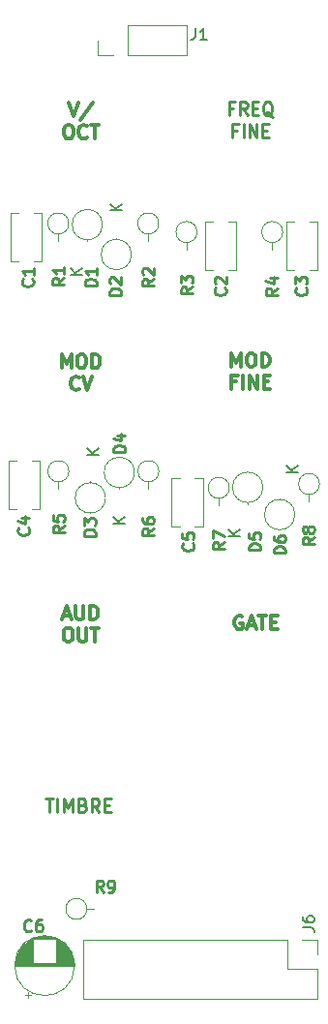
<source format=gto>
%TF.GenerationSoftware,KiCad,Pcbnew,(6.0.1)*%
%TF.CreationDate,2022-11-04T07:31:20-04:00*%
%TF.ProjectId,ER-VCO-03_CTL,45522d56-434f-42d3-9033-5f43544c2e6b,3*%
%TF.SameCoordinates,Original*%
%TF.FileFunction,Legend,Top*%
%TF.FilePolarity,Positive*%
%FSLAX46Y46*%
G04 Gerber Fmt 4.6, Leading zero omitted, Abs format (unit mm)*
G04 Created by KiCad (PCBNEW (6.0.1)) date 2022-11-04 07:31:20*
%MOMM*%
%LPD*%
G01*
G04 APERTURE LIST*
%ADD10C,0.300000*%
%ADD11C,0.285750*%
%ADD12C,0.275000*%
%ADD13C,0.254000*%
%ADD14C,0.150000*%
%ADD15C,0.120000*%
G04 APERTURE END LIST*
D10*
X19871428Y-30576857D02*
X19871428Y-29376857D01*
X20271428Y-30234000D01*
X20671428Y-29376857D01*
X20671428Y-30576857D01*
X21471428Y-29376857D02*
X21700000Y-29376857D01*
X21814285Y-29434000D01*
X21928571Y-29548285D01*
X21985714Y-29776857D01*
X21985714Y-30176857D01*
X21928571Y-30405428D01*
X21814285Y-30519714D01*
X21700000Y-30576857D01*
X21471428Y-30576857D01*
X21357142Y-30519714D01*
X21242857Y-30405428D01*
X21185714Y-30176857D01*
X21185714Y-29776857D01*
X21242857Y-29548285D01*
X21357142Y-29434000D01*
X21471428Y-29376857D01*
X22500000Y-30576857D02*
X22500000Y-29376857D01*
X22785714Y-29376857D01*
X22957142Y-29434000D01*
X23071428Y-29548285D01*
X23128571Y-29662571D01*
X23185714Y-29891142D01*
X23185714Y-30062571D01*
X23128571Y-30291142D01*
X23071428Y-30405428D01*
X22957142Y-30519714D01*
X22785714Y-30576857D01*
X22500000Y-30576857D01*
X20214285Y-31880285D02*
X19814285Y-31880285D01*
X19814285Y-32508857D02*
X19814285Y-31308857D01*
X20385714Y-31308857D01*
X20842857Y-32508857D02*
X20842857Y-31308857D01*
X21414285Y-32508857D02*
X21414285Y-31308857D01*
X22100000Y-32508857D01*
X22100000Y-31308857D01*
X22671428Y-31880285D02*
X23071428Y-31880285D01*
X23242857Y-32508857D02*
X22671428Y-32508857D01*
X22671428Y-31308857D01*
X23242857Y-31308857D01*
X20800000Y-52400000D02*
X20685714Y-52342857D01*
X20514285Y-52342857D01*
X20342857Y-52400000D01*
X20228571Y-52514285D01*
X20171428Y-52628571D01*
X20114285Y-52857142D01*
X20114285Y-53028571D01*
X20171428Y-53257142D01*
X20228571Y-53371428D01*
X20342857Y-53485714D01*
X20514285Y-53542857D01*
X20628571Y-53542857D01*
X20800000Y-53485714D01*
X20857142Y-53428571D01*
X20857142Y-53028571D01*
X20628571Y-53028571D01*
X21314285Y-53200000D02*
X21885714Y-53200000D01*
X21200000Y-53542857D02*
X21600000Y-52342857D01*
X22000000Y-53542857D01*
X22228571Y-52342857D02*
X22914285Y-52342857D01*
X22571428Y-53542857D02*
X22571428Y-52342857D01*
X23314285Y-52914285D02*
X23714285Y-52914285D01*
X23885714Y-53542857D02*
X23314285Y-53542857D01*
X23314285Y-52342857D01*
X23885714Y-52342857D01*
D11*
X3588071Y-68374071D02*
X4241214Y-68374071D01*
X3914642Y-69517071D02*
X3914642Y-68374071D01*
X4622214Y-69517071D02*
X4622214Y-68374071D01*
X5166500Y-69517071D02*
X5166500Y-68374071D01*
X5547500Y-69190500D01*
X5928500Y-68374071D01*
X5928500Y-69517071D01*
X6853785Y-68918357D02*
X7017071Y-68972785D01*
X7071500Y-69027214D01*
X7125928Y-69136071D01*
X7125928Y-69299357D01*
X7071500Y-69408214D01*
X7017071Y-69462642D01*
X6908214Y-69517071D01*
X6472785Y-69517071D01*
X6472785Y-68374071D01*
X6853785Y-68374071D01*
X6962642Y-68428500D01*
X7017071Y-68482928D01*
X7071500Y-68591785D01*
X7071500Y-68700642D01*
X7017071Y-68809500D01*
X6962642Y-68863928D01*
X6853785Y-68918357D01*
X6472785Y-68918357D01*
X8268928Y-69517071D02*
X7887928Y-68972785D01*
X7615785Y-69517071D02*
X7615785Y-68374071D01*
X8051214Y-68374071D01*
X8160071Y-68428500D01*
X8214500Y-68482928D01*
X8268928Y-68591785D01*
X8268928Y-68755071D01*
X8214500Y-68863928D01*
X8160071Y-68918357D01*
X8051214Y-68972785D01*
X7615785Y-68972785D01*
X8758785Y-68918357D02*
X9139785Y-68918357D01*
X9303071Y-69517071D02*
X8758785Y-69517071D01*
X8758785Y-68374071D01*
X9303071Y-68374071D01*
D10*
X5139714Y-52334000D02*
X5711142Y-52334000D01*
X5025428Y-52676857D02*
X5425428Y-51476857D01*
X5825428Y-52676857D01*
X6225428Y-51476857D02*
X6225428Y-52448285D01*
X6282571Y-52562571D01*
X6339714Y-52619714D01*
X6454000Y-52676857D01*
X6682571Y-52676857D01*
X6796857Y-52619714D01*
X6854000Y-52562571D01*
X6911142Y-52448285D01*
X6911142Y-51476857D01*
X7482571Y-52676857D02*
X7482571Y-51476857D01*
X7768285Y-51476857D01*
X7939714Y-51534000D01*
X8054000Y-51648285D01*
X8111142Y-51762571D01*
X8168285Y-51991142D01*
X8168285Y-52162571D01*
X8111142Y-52391142D01*
X8054000Y-52505428D01*
X7939714Y-52619714D01*
X7768285Y-52676857D01*
X7482571Y-52676857D01*
X5454000Y-53408857D02*
X5682571Y-53408857D01*
X5796857Y-53466000D01*
X5911142Y-53580285D01*
X5968285Y-53808857D01*
X5968285Y-54208857D01*
X5911142Y-54437428D01*
X5796857Y-54551714D01*
X5682571Y-54608857D01*
X5454000Y-54608857D01*
X5339714Y-54551714D01*
X5225428Y-54437428D01*
X5168285Y-54208857D01*
X5168285Y-53808857D01*
X5225428Y-53580285D01*
X5339714Y-53466000D01*
X5454000Y-53408857D01*
X6482571Y-53408857D02*
X6482571Y-54380285D01*
X6539714Y-54494571D01*
X6596857Y-54551714D01*
X6711142Y-54608857D01*
X6939714Y-54608857D01*
X7054000Y-54551714D01*
X7111142Y-54494571D01*
X7168285Y-54380285D01*
X7168285Y-53408857D01*
X7568285Y-53408857D02*
X8254000Y-53408857D01*
X7911142Y-54608857D02*
X7911142Y-53408857D01*
X5625428Y-7476857D02*
X6025428Y-8676857D01*
X6425428Y-7476857D01*
X7682571Y-7419714D02*
X6654000Y-8962571D01*
X5482571Y-9408857D02*
X5711142Y-9408857D01*
X5825428Y-9466000D01*
X5939714Y-9580285D01*
X5996857Y-9808857D01*
X5996857Y-10208857D01*
X5939714Y-10437428D01*
X5825428Y-10551714D01*
X5711142Y-10608857D01*
X5482571Y-10608857D01*
X5368285Y-10551714D01*
X5254000Y-10437428D01*
X5196857Y-10208857D01*
X5196857Y-9808857D01*
X5254000Y-9580285D01*
X5368285Y-9466000D01*
X5482571Y-9408857D01*
X7196857Y-10494571D02*
X7139714Y-10551714D01*
X6968285Y-10608857D01*
X6854000Y-10608857D01*
X6682571Y-10551714D01*
X6568285Y-10437428D01*
X6511142Y-10323142D01*
X6454000Y-10094571D01*
X6454000Y-9923142D01*
X6511142Y-9694571D01*
X6568285Y-9580285D01*
X6682571Y-9466000D01*
X6854000Y-9408857D01*
X6968285Y-9408857D01*
X7139714Y-9466000D01*
X7196857Y-9523142D01*
X7539714Y-9408857D02*
X8225428Y-9408857D01*
X7882571Y-10608857D02*
X7882571Y-9408857D01*
X5025428Y-30676857D02*
X5025428Y-29476857D01*
X5425428Y-30334000D01*
X5825428Y-29476857D01*
X5825428Y-30676857D01*
X6625428Y-29476857D02*
X6854000Y-29476857D01*
X6968285Y-29534000D01*
X7082571Y-29648285D01*
X7139714Y-29876857D01*
X7139714Y-30276857D01*
X7082571Y-30505428D01*
X6968285Y-30619714D01*
X6854000Y-30676857D01*
X6625428Y-30676857D01*
X6511142Y-30619714D01*
X6396857Y-30505428D01*
X6339714Y-30276857D01*
X6339714Y-29876857D01*
X6396857Y-29648285D01*
X6511142Y-29534000D01*
X6625428Y-29476857D01*
X7653999Y-30676857D02*
X7653999Y-29476857D01*
X7939714Y-29476857D01*
X8111142Y-29534000D01*
X8225428Y-29648285D01*
X8282571Y-29762571D01*
X8339714Y-29991142D01*
X8339714Y-30162571D01*
X8282571Y-30391142D01*
X8225428Y-30505428D01*
X8111142Y-30619714D01*
X7939714Y-30676857D01*
X7653999Y-30676857D01*
X6511142Y-32494571D02*
X6454000Y-32551714D01*
X6282571Y-32608857D01*
X6168285Y-32608857D01*
X5996857Y-32551714D01*
X5882571Y-32437428D01*
X5825428Y-32323142D01*
X5768285Y-32094571D01*
X5768285Y-31923142D01*
X5825428Y-31694571D01*
X5882571Y-31580285D01*
X5996857Y-31466000D01*
X6168285Y-31408857D01*
X6282571Y-31408857D01*
X6454000Y-31466000D01*
X6511142Y-31523142D01*
X6854000Y-31408857D02*
X7254000Y-32608857D01*
X7654000Y-31408857D01*
D12*
X20033333Y-7948285D02*
X19666666Y-7948285D01*
X19666666Y-8576857D02*
X19666666Y-7376857D01*
X20190476Y-7376857D01*
X21238095Y-8576857D02*
X20871428Y-8005428D01*
X20609523Y-8576857D02*
X20609523Y-7376857D01*
X21028571Y-7376857D01*
X21133333Y-7434000D01*
X21185714Y-7491142D01*
X21238095Y-7605428D01*
X21238095Y-7776857D01*
X21185714Y-7891142D01*
X21133333Y-7948285D01*
X21028571Y-8005428D01*
X20609523Y-8005428D01*
X21709523Y-7948285D02*
X22076190Y-7948285D01*
X22233333Y-8576857D02*
X21709523Y-8576857D01*
X21709523Y-7376857D01*
X22233333Y-7376857D01*
X23438095Y-8691142D02*
X23333333Y-8634000D01*
X23228571Y-8519714D01*
X23071428Y-8348285D01*
X22966666Y-8291142D01*
X22861904Y-8291142D01*
X22914285Y-8576857D02*
X22809523Y-8519714D01*
X22704761Y-8405428D01*
X22652380Y-8176857D01*
X22652380Y-7776857D01*
X22704761Y-7548285D01*
X22809523Y-7434000D01*
X22914285Y-7376857D01*
X23123809Y-7376857D01*
X23228571Y-7434000D01*
X23333333Y-7548285D01*
X23385714Y-7776857D01*
X23385714Y-8176857D01*
X23333333Y-8405428D01*
X23228571Y-8519714D01*
X23123809Y-8576857D01*
X22914285Y-8576857D01*
X20321428Y-9880285D02*
X19954761Y-9880285D01*
X19954761Y-10508857D02*
X19954761Y-9308857D01*
X20478571Y-9308857D01*
X20897619Y-10508857D02*
X20897619Y-9308857D01*
X21421428Y-10508857D02*
X21421428Y-9308857D01*
X22050000Y-10508857D01*
X22050000Y-9308857D01*
X22573809Y-9880285D02*
X22940476Y-9880285D01*
X23097619Y-10508857D02*
X22573809Y-10508857D01*
X22573809Y-9308857D01*
X23097619Y-9308857D01*
D13*
%TO.C,R8*%
X27097945Y-45491010D02*
X26614135Y-45829677D01*
X27097945Y-46071581D02*
X26081945Y-46071581D01*
X26081945Y-45684534D01*
X26130326Y-45587772D01*
X26178706Y-45539391D01*
X26275468Y-45491010D01*
X26420611Y-45491010D01*
X26517373Y-45539391D01*
X26565754Y-45587772D01*
X26614135Y-45684534D01*
X26614135Y-46071581D01*
X26517373Y-44910438D02*
X26468992Y-45007200D01*
X26420611Y-45055581D01*
X26323849Y-45103962D01*
X26275468Y-45103962D01*
X26178706Y-45055581D01*
X26130326Y-45007200D01*
X26081945Y-44910438D01*
X26081945Y-44716915D01*
X26130326Y-44620153D01*
X26178706Y-44571772D01*
X26275468Y-44523391D01*
X26323849Y-44523391D01*
X26420611Y-44571772D01*
X26468992Y-44620153D01*
X26517373Y-44716915D01*
X26517373Y-44910438D01*
X26565754Y-45007200D01*
X26614135Y-45055581D01*
X26710897Y-45103962D01*
X26904421Y-45103962D01*
X27001183Y-45055581D01*
X27049564Y-45007200D01*
X27097945Y-44910438D01*
X27097945Y-44716915D01*
X27049564Y-44620153D01*
X27001183Y-44571772D01*
X26904421Y-44523391D01*
X26710897Y-44523391D01*
X26614135Y-44571772D01*
X26565754Y-44620153D01*
X26517373Y-44716915D01*
%TO.C,D2*%
X10192119Y-24271277D02*
X9176119Y-24271277D01*
X9176119Y-24029373D01*
X9224500Y-23884230D01*
X9321261Y-23787468D01*
X9418023Y-23739087D01*
X9611547Y-23690706D01*
X9756690Y-23690706D01*
X9950214Y-23739087D01*
X10046976Y-23787468D01*
X10143738Y-23884230D01*
X10192119Y-24029373D01*
X10192119Y-24271277D01*
X9272880Y-23303658D02*
X9224500Y-23255277D01*
X9176119Y-23158515D01*
X9176119Y-22916611D01*
X9224500Y-22819849D01*
X9272880Y-22771468D01*
X9369642Y-22723087D01*
X9466404Y-22723087D01*
X9611547Y-22771468D01*
X10192119Y-23352039D01*
X10192119Y-22723087D01*
D14*
X10267880Y-16890904D02*
X9267880Y-16890904D01*
X10267880Y-16319476D02*
X9696452Y-16748047D01*
X9267880Y-16319476D02*
X9839309Y-16890904D01*
D13*
%TO.C,D3*%
X7959619Y-45358578D02*
X6943619Y-45358578D01*
X6943619Y-45116674D01*
X6992000Y-44971531D01*
X7088761Y-44874769D01*
X7185523Y-44826388D01*
X7379047Y-44778007D01*
X7524190Y-44778007D01*
X7717714Y-44826388D01*
X7814476Y-44874769D01*
X7911238Y-44971531D01*
X7959619Y-45116674D01*
X7959619Y-45358578D01*
X6943619Y-44439340D02*
X6943619Y-43810388D01*
X7330666Y-44149054D01*
X7330666Y-44003912D01*
X7379047Y-43907150D01*
X7427428Y-43858769D01*
X7524190Y-43810388D01*
X7766095Y-43810388D01*
X7862857Y-43858769D01*
X7911238Y-43907150D01*
X7959619Y-44003912D01*
X7959619Y-44294197D01*
X7911238Y-44390959D01*
X7862857Y-44439340D01*
D14*
X8253380Y-38266589D02*
X7253380Y-38266589D01*
X8253380Y-37695161D02*
X7681952Y-38123732D01*
X7253380Y-37695161D02*
X7824809Y-38266589D01*
D13*
%TO.C,D1*%
X8028819Y-23457504D02*
X7012819Y-23457504D01*
X7012819Y-23215600D01*
X7061200Y-23070457D01*
X7157961Y-22973695D01*
X7254723Y-22925314D01*
X7448247Y-22876933D01*
X7593390Y-22876933D01*
X7786914Y-22925314D01*
X7883676Y-22973695D01*
X7980438Y-23070457D01*
X8028819Y-23215600D01*
X8028819Y-23457504D01*
X8028819Y-21909314D02*
X8028819Y-22489885D01*
X8028819Y-22199600D02*
X7012819Y-22199600D01*
X7157961Y-22296361D01*
X7254723Y-22393123D01*
X7303104Y-22489885D01*
D14*
X6751580Y-22512304D02*
X5751580Y-22512304D01*
X6751580Y-21940876D02*
X6180152Y-22369447D01*
X5751580Y-21940876D02*
X6323009Y-22512304D01*
D13*
%TO.C,R6*%
X13058019Y-44695533D02*
X12574209Y-45034200D01*
X13058019Y-45276104D02*
X12042019Y-45276104D01*
X12042019Y-44889057D01*
X12090400Y-44792295D01*
X12138780Y-44743914D01*
X12235542Y-44695533D01*
X12380685Y-44695533D01*
X12477447Y-44743914D01*
X12525828Y-44792295D01*
X12574209Y-44889057D01*
X12574209Y-45276104D01*
X12042019Y-43824676D02*
X12042019Y-44018200D01*
X12090400Y-44114961D01*
X12138780Y-44163342D01*
X12283923Y-44260104D01*
X12477447Y-44308485D01*
X12864495Y-44308485D01*
X12961257Y-44260104D01*
X13009638Y-44211723D01*
X13058019Y-44114961D01*
X13058019Y-43921438D01*
X13009638Y-43824676D01*
X12961257Y-43776295D01*
X12864495Y-43727914D01*
X12622590Y-43727914D01*
X12525828Y-43776295D01*
X12477447Y-43824676D01*
X12429066Y-43921438D01*
X12429066Y-44114961D01*
X12477447Y-44211723D01*
X12525828Y-44260104D01*
X12622590Y-44308485D01*
%TO.C,R4*%
X23853019Y-23689733D02*
X23369209Y-24028400D01*
X23853019Y-24270304D02*
X22837019Y-24270304D01*
X22837019Y-23883257D01*
X22885400Y-23786495D01*
X22933780Y-23738114D01*
X23030542Y-23689733D01*
X23175685Y-23689733D01*
X23272447Y-23738114D01*
X23320828Y-23786495D01*
X23369209Y-23883257D01*
X23369209Y-24270304D01*
X23175685Y-22818876D02*
X23853019Y-22818876D01*
X22788638Y-23060780D02*
X23514352Y-23302685D01*
X23514352Y-22673733D01*
%TO.C,C5*%
X16460173Y-46021007D02*
X16508554Y-46069388D01*
X16556935Y-46214531D01*
X16556935Y-46311293D01*
X16508554Y-46456435D01*
X16411792Y-46553197D01*
X16315030Y-46601578D01*
X16121506Y-46649959D01*
X15976363Y-46649959D01*
X15782839Y-46601578D01*
X15686077Y-46553197D01*
X15589316Y-46456435D01*
X15540935Y-46311293D01*
X15540935Y-46214531D01*
X15589316Y-46069388D01*
X15637696Y-46021007D01*
X15540935Y-45101769D02*
X15540935Y-45585578D01*
X16024744Y-45633959D01*
X15976363Y-45585578D01*
X15927982Y-45488816D01*
X15927982Y-45246912D01*
X15976363Y-45150150D01*
X16024744Y-45101769D01*
X16121506Y-45053388D01*
X16363411Y-45053388D01*
X16460173Y-45101769D01*
X16508554Y-45150150D01*
X16556935Y-45246912D01*
X16556935Y-45488816D01*
X16508554Y-45585578D01*
X16460173Y-45633959D01*
%TO.C,C1*%
X2431357Y-22894332D02*
X2479738Y-22942713D01*
X2528119Y-23087856D01*
X2528119Y-23184618D01*
X2479738Y-23329760D01*
X2382976Y-23426522D01*
X2286214Y-23474903D01*
X2092690Y-23523284D01*
X1947547Y-23523284D01*
X1754023Y-23474903D01*
X1657261Y-23426522D01*
X1560500Y-23329760D01*
X1512119Y-23184618D01*
X1512119Y-23087856D01*
X1560500Y-22942713D01*
X1608880Y-22894332D01*
X2528119Y-21926713D02*
X2528119Y-22507284D01*
X2528119Y-22216999D02*
X1512119Y-22216999D01*
X1657261Y-22313760D01*
X1754023Y-22410522D01*
X1802404Y-22507284D01*
%TO.C,D5*%
X22398935Y-46601578D02*
X21382935Y-46601578D01*
X21382935Y-46359674D01*
X21431316Y-46214531D01*
X21528077Y-46117769D01*
X21624839Y-46069388D01*
X21818363Y-46021007D01*
X21963506Y-46021007D01*
X22157030Y-46069388D01*
X22253792Y-46117769D01*
X22350554Y-46214531D01*
X22398935Y-46359674D01*
X22398935Y-46601578D01*
X21382935Y-45101769D02*
X21382935Y-45585578D01*
X21866744Y-45633959D01*
X21818363Y-45585578D01*
X21769982Y-45488816D01*
X21769982Y-45246912D01*
X21818363Y-45150150D01*
X21866744Y-45101769D01*
X21963506Y-45053388D01*
X22205411Y-45053388D01*
X22302173Y-45101769D01*
X22350554Y-45150150D01*
X22398935Y-45246912D01*
X22398935Y-45488816D01*
X22350554Y-45585578D01*
X22302173Y-45633959D01*
D14*
X20585695Y-45384217D02*
X19585695Y-45384217D01*
X20585695Y-44812789D02*
X20014267Y-45241360D01*
X19585695Y-44812789D02*
X20157124Y-45384217D01*
D13*
%TO.C,R7*%
X19230219Y-45940133D02*
X18746409Y-46278800D01*
X19230219Y-46520704D02*
X18214219Y-46520704D01*
X18214219Y-46133657D01*
X18262600Y-46036895D01*
X18310980Y-45988514D01*
X18407742Y-45940133D01*
X18552885Y-45940133D01*
X18649647Y-45988514D01*
X18698028Y-46036895D01*
X18746409Y-46133657D01*
X18746409Y-46520704D01*
X18214219Y-45601466D02*
X18214219Y-44924133D01*
X19230219Y-45359561D01*
%TO.C,R2*%
X13069119Y-22894332D02*
X12585309Y-23232999D01*
X13069119Y-23474903D02*
X12053119Y-23474903D01*
X12053119Y-23087856D01*
X12101500Y-22991094D01*
X12149880Y-22942713D01*
X12246642Y-22894332D01*
X12391785Y-22894332D01*
X12488547Y-22942713D01*
X12536928Y-22991094D01*
X12585309Y-23087856D01*
X12585309Y-23474903D01*
X12149880Y-22507284D02*
X12101500Y-22458903D01*
X12053119Y-22362141D01*
X12053119Y-22120237D01*
X12101500Y-22023475D01*
X12149880Y-21975094D01*
X12246642Y-21926713D01*
X12343404Y-21926713D01*
X12488547Y-21975094D01*
X13069119Y-22555665D01*
X13069119Y-21926713D01*
%TO.C,C4*%
X2067857Y-44651007D02*
X2116238Y-44699388D01*
X2164619Y-44844531D01*
X2164619Y-44941293D01*
X2116238Y-45086435D01*
X2019476Y-45183197D01*
X1922714Y-45231578D01*
X1729190Y-45279959D01*
X1584047Y-45279959D01*
X1390523Y-45231578D01*
X1293761Y-45183197D01*
X1197000Y-45086435D01*
X1148619Y-44941293D01*
X1148619Y-44844531D01*
X1197000Y-44699388D01*
X1245380Y-44651007D01*
X1487285Y-43780150D02*
X2164619Y-43780150D01*
X1100238Y-44022054D02*
X1825952Y-44263959D01*
X1825952Y-43635007D01*
%TO.C,D4*%
X10543419Y-38011704D02*
X9527419Y-38011704D01*
X9527419Y-37769800D01*
X9575800Y-37624657D01*
X9672561Y-37527895D01*
X9769323Y-37479514D01*
X9962847Y-37431133D01*
X10107990Y-37431133D01*
X10301514Y-37479514D01*
X10398276Y-37527895D01*
X10495038Y-37624657D01*
X10543419Y-37769800D01*
X10543419Y-38011704D01*
X9866085Y-36560276D02*
X10543419Y-36560276D01*
X9479038Y-36802180D02*
X10204752Y-37044085D01*
X10204752Y-36415133D01*
D14*
X10536180Y-44254704D02*
X9536180Y-44254704D01*
X10536180Y-43683276D02*
X9964752Y-44111847D01*
X9536180Y-43683276D02*
X10107609Y-44254704D01*
D13*
%TO.C,R9*%
X8635665Y-76530612D02*
X8296998Y-76046802D01*
X8055094Y-76530612D02*
X8055094Y-75514612D01*
X8442141Y-75514612D01*
X8538903Y-75562993D01*
X8587284Y-75611373D01*
X8635665Y-75708135D01*
X8635665Y-75853278D01*
X8587284Y-75950040D01*
X8538903Y-75998421D01*
X8442141Y-76046802D01*
X8055094Y-76046802D01*
X9119475Y-76530612D02*
X9312999Y-76530612D01*
X9409760Y-76482231D01*
X9458141Y-76433850D01*
X9554903Y-76288707D01*
X9603284Y-76095183D01*
X9603284Y-75708135D01*
X9554903Y-75611373D01*
X9506522Y-75562993D01*
X9409760Y-75514612D01*
X9216237Y-75514612D01*
X9119475Y-75562993D01*
X9071094Y-75611373D01*
X9022713Y-75708135D01*
X9022713Y-75950040D01*
X9071094Y-76046802D01*
X9119475Y-76095183D01*
X9216237Y-76143564D01*
X9409760Y-76143564D01*
X9506522Y-76095183D01*
X9554903Y-76046802D01*
X9603284Y-75950040D01*
%TO.C,D6*%
X24557935Y-46855578D02*
X23541935Y-46855578D01*
X23541935Y-46613674D01*
X23590316Y-46468531D01*
X23687077Y-46371769D01*
X23783839Y-46323388D01*
X23977363Y-46275007D01*
X24122506Y-46275007D01*
X24316030Y-46323388D01*
X24412792Y-46371769D01*
X24509554Y-46468531D01*
X24557935Y-46613674D01*
X24557935Y-46855578D01*
X23541935Y-45404150D02*
X23541935Y-45597674D01*
X23590316Y-45694435D01*
X23638696Y-45742816D01*
X23783839Y-45839578D01*
X23977363Y-45887959D01*
X24364411Y-45887959D01*
X24461173Y-45839578D01*
X24509554Y-45791197D01*
X24557935Y-45694435D01*
X24557935Y-45500912D01*
X24509554Y-45404150D01*
X24461173Y-45355769D01*
X24364411Y-45307388D01*
X24122506Y-45307388D01*
X24025744Y-45355769D01*
X23977363Y-45404150D01*
X23928982Y-45500912D01*
X23928982Y-45694435D01*
X23977363Y-45791197D01*
X24025744Y-45839578D01*
X24122506Y-45887959D01*
D14*
X25693695Y-39763589D02*
X24693695Y-39763589D01*
X25693695Y-39192161D02*
X25122267Y-39620732D01*
X24693695Y-39192161D02*
X25265124Y-39763589D01*
%TO.C,J6*%
X26077371Y-79608333D02*
X26791657Y-79608333D01*
X26934514Y-79655952D01*
X27029752Y-79751190D01*
X27077371Y-79894047D01*
X27077371Y-79989285D01*
X26077371Y-78703571D02*
X26077371Y-78894047D01*
X26124991Y-78989285D01*
X26172610Y-79036904D01*
X26315467Y-79132142D01*
X26505943Y-79179761D01*
X26886895Y-79179761D01*
X26982133Y-79132142D01*
X27029752Y-79084523D01*
X27077371Y-78989285D01*
X27077371Y-78798809D01*
X27029752Y-78703571D01*
X26982133Y-78655952D01*
X26886895Y-78608333D01*
X26648800Y-78608333D01*
X26553562Y-78655952D01*
X26505943Y-78703571D01*
X26458324Y-78798809D01*
X26458324Y-78989285D01*
X26505943Y-79084523D01*
X26553562Y-79132142D01*
X26648800Y-79179761D01*
D13*
%TO.C,R3*%
X16461619Y-23588133D02*
X15977809Y-23926800D01*
X16461619Y-24168704D02*
X15445619Y-24168704D01*
X15445619Y-23781657D01*
X15494000Y-23684895D01*
X15542380Y-23636514D01*
X15639142Y-23588133D01*
X15784285Y-23588133D01*
X15881047Y-23636514D01*
X15929428Y-23684895D01*
X15977809Y-23781657D01*
X15977809Y-24168704D01*
X15445619Y-23249466D02*
X15445619Y-22620514D01*
X15832666Y-22959180D01*
X15832666Y-22814038D01*
X15881047Y-22717276D01*
X15929428Y-22668895D01*
X16026190Y-22620514D01*
X16268095Y-22620514D01*
X16364857Y-22668895D01*
X16413238Y-22717276D01*
X16461619Y-22814038D01*
X16461619Y-23104323D01*
X16413238Y-23201085D01*
X16364857Y-23249466D01*
%TO.C,R5*%
X5234819Y-44466933D02*
X4751009Y-44805600D01*
X5234819Y-45047504D02*
X4218819Y-45047504D01*
X4218819Y-44660457D01*
X4267200Y-44563695D01*
X4315580Y-44515314D01*
X4412342Y-44466933D01*
X4557485Y-44466933D01*
X4654247Y-44515314D01*
X4702628Y-44563695D01*
X4751009Y-44660457D01*
X4751009Y-45047504D01*
X4218819Y-43547695D02*
X4218819Y-44031504D01*
X4702628Y-44079885D01*
X4654247Y-44031504D01*
X4605866Y-43934742D01*
X4605866Y-43692838D01*
X4654247Y-43596076D01*
X4702628Y-43547695D01*
X4799390Y-43499314D01*
X5041295Y-43499314D01*
X5138057Y-43547695D01*
X5186438Y-43596076D01*
X5234819Y-43692838D01*
X5234819Y-43934742D01*
X5186438Y-44031504D01*
X5138057Y-44079885D01*
%TO.C,C3*%
X26362856Y-23669334D02*
X26411237Y-23717715D01*
X26459618Y-23862858D01*
X26459618Y-23959620D01*
X26411237Y-24104762D01*
X26314475Y-24201524D01*
X26217713Y-24249905D01*
X26024189Y-24298286D01*
X25879046Y-24298286D01*
X25685522Y-24249905D01*
X25588760Y-24201524D01*
X25491999Y-24104762D01*
X25443618Y-23959620D01*
X25443618Y-23862858D01*
X25491999Y-23717715D01*
X25540379Y-23669334D01*
X25443618Y-23330667D02*
X25443618Y-22701715D01*
X25830665Y-23040381D01*
X25830665Y-22895239D01*
X25879046Y-22798477D01*
X25927427Y-22750096D01*
X26024189Y-22701715D01*
X26266094Y-22701715D01*
X26362856Y-22750096D01*
X26411237Y-22798477D01*
X26459618Y-22895239D01*
X26459618Y-23185524D01*
X26411237Y-23282286D01*
X26362856Y-23330667D01*
%TO.C,C6*%
X2330666Y-79862850D02*
X2282285Y-79911231D01*
X2137142Y-79959612D01*
X2040380Y-79959612D01*
X1895238Y-79911231D01*
X1798476Y-79814469D01*
X1750095Y-79717707D01*
X1701714Y-79524183D01*
X1701714Y-79379040D01*
X1750095Y-79185516D01*
X1798476Y-79088754D01*
X1895238Y-78991993D01*
X2040380Y-78943612D01*
X2137142Y-78943612D01*
X2282285Y-78991993D01*
X2330666Y-79040373D01*
X3201523Y-78943612D02*
X3008000Y-78943612D01*
X2911238Y-78991993D01*
X2862857Y-79040373D01*
X2766095Y-79185516D01*
X2717714Y-79379040D01*
X2717714Y-79766088D01*
X2766095Y-79862850D01*
X2814476Y-79911231D01*
X2911238Y-79959612D01*
X3104761Y-79959612D01*
X3201523Y-79911231D01*
X3249904Y-79862850D01*
X3298285Y-79766088D01*
X3298285Y-79524183D01*
X3249904Y-79427421D01*
X3201523Y-79379040D01*
X3104761Y-79330659D01*
X2911238Y-79330659D01*
X2814476Y-79379040D01*
X2766095Y-79427421D01*
X2717714Y-79524183D01*
D14*
%TO.C,J1*%
X16691666Y-952380D02*
X16691666Y-1666666D01*
X16644047Y-1809523D01*
X16548809Y-1904761D01*
X16405952Y-1952380D01*
X16310714Y-1952380D01*
X17691666Y-1952380D02*
X17120238Y-1952380D01*
X17405952Y-1952380D02*
X17405952Y-952380D01*
X17310714Y-1095238D01*
X17215476Y-1190476D01*
X17120238Y-1238095D01*
D13*
%TO.C,R1*%
X5209419Y-22800733D02*
X4725609Y-23139400D01*
X5209419Y-23381304D02*
X4193419Y-23381304D01*
X4193419Y-22994257D01*
X4241800Y-22897495D01*
X4290180Y-22849114D01*
X4386942Y-22800733D01*
X4532085Y-22800733D01*
X4628847Y-22849114D01*
X4677228Y-22897495D01*
X4725609Y-22994257D01*
X4725609Y-23381304D01*
X5209419Y-21833114D02*
X5209419Y-22413685D01*
X5209419Y-22123400D02*
X4193419Y-22123400D01*
X4338561Y-22220161D01*
X4435323Y-22316923D01*
X4483704Y-22413685D01*
%TO.C,C2*%
X19277856Y-23669334D02*
X19326237Y-23717715D01*
X19374618Y-23862858D01*
X19374618Y-23959620D01*
X19326237Y-24104762D01*
X19229475Y-24201524D01*
X19132713Y-24249905D01*
X18939189Y-24298286D01*
X18794046Y-24298286D01*
X18600522Y-24249905D01*
X18503760Y-24201524D01*
X18406999Y-24104762D01*
X18358618Y-23959620D01*
X18358618Y-23862858D01*
X18406999Y-23717715D01*
X18455379Y-23669334D01*
X18455379Y-23282286D02*
X18406999Y-23233905D01*
X18358618Y-23137143D01*
X18358618Y-22895239D01*
X18406999Y-22798477D01*
X18455379Y-22750096D01*
X18552141Y-22701715D01*
X18648903Y-22701715D01*
X18794046Y-22750096D01*
X19374618Y-23330667D01*
X19374618Y-22701715D01*
D15*
%TO.C,R8*%
X26638315Y-41741685D02*
X26638315Y-42361685D01*
X27558315Y-40821685D02*
G75*
G03*
X27558315Y-40821685I-920000J0D01*
G01*
%TO.C,D2*%
X9772500Y-19423630D02*
X9772500Y-19310001D01*
X11098871Y-20750001D02*
G75*
G03*
X11098871Y-20750001I-1326371J0D01*
G01*
%TO.C,D3*%
X7500000Y-40713629D02*
X7500000Y-40600000D01*
X8826371Y-42040000D02*
G75*
G03*
X8826371Y-42040000I-1326371J0D01*
G01*
%TO.C,D1*%
X7232500Y-19462057D02*
X7232500Y-19575686D01*
X8558871Y-18135686D02*
G75*
G03*
X8558871Y-18135686I-1326371J0D01*
G01*
%TO.C,R6*%
X12580000Y-40625685D02*
X12580000Y-41245685D01*
X13500000Y-39705685D02*
G75*
G03*
X13500000Y-39705685I-920000J0D01*
G01*
%TO.C,R4*%
X23415000Y-19700000D02*
X23415000Y-20320000D01*
X24335000Y-18780000D02*
G75*
G03*
X24335000Y-18780000I-920000J0D01*
G01*
%TO.C,C5*%
X14605315Y-40295685D02*
X15310315Y-40295685D01*
X17345315Y-44535685D02*
X17345315Y-40295685D01*
X14605315Y-44535685D02*
X14605315Y-40295685D01*
X16640315Y-44535685D02*
X17345315Y-44535685D01*
X14605315Y-44535685D02*
X15310315Y-44535685D01*
X16640315Y-40295685D02*
X17345315Y-40295685D01*
%TO.C,C1*%
X507500Y-21370000D02*
X1212500Y-21370000D01*
X507500Y-17130000D02*
X1212500Y-17130000D01*
X2542500Y-21370000D02*
X3247500Y-21370000D01*
X2542500Y-17130000D02*
X3247500Y-17130000D01*
X3247500Y-21370000D02*
X3247500Y-17130000D01*
X507500Y-21370000D02*
X507500Y-17130000D01*
%TO.C,D5*%
X21276315Y-42442056D02*
X21276315Y-42555685D01*
X22602686Y-41115685D02*
G75*
G03*
X22602686Y-41115685I-1326371J0D01*
G01*
%TO.C,R7*%
X18736315Y-42085685D02*
X18736315Y-42705685D01*
X19656315Y-41165685D02*
G75*
G03*
X19656315Y-41165685I-920000J0D01*
G01*
%TO.C,R2*%
X12566500Y-18950000D02*
X12566500Y-19570000D01*
X13486500Y-18030000D02*
G75*
G03*
X13486500Y-18030000I-920000J0D01*
G01*
%TO.C,C4*%
X340000Y-43045685D02*
X340000Y-38805685D01*
X340000Y-38805685D02*
X1045000Y-38805685D01*
X2375000Y-43045685D02*
X3080000Y-43045685D01*
X340000Y-43045685D02*
X1045000Y-43045685D01*
X2375000Y-38805685D02*
X3080000Y-38805685D01*
X3080000Y-43045685D02*
X3080000Y-38805685D01*
%TO.C,D4*%
X10040000Y-41137742D02*
X10040000Y-41251371D01*
X11366371Y-39811371D02*
G75*
G03*
X11366371Y-39811371I-1326371J0D01*
G01*
%TO.C,R9*%
X7200000Y-78000000D02*
X7820000Y-78000000D01*
X7200000Y-78000000D02*
G75*
G03*
X7200000Y-78000000I-920000J0D01*
G01*
%TO.C,D6*%
X24070315Y-42173629D02*
X24070315Y-42060000D01*
X25396686Y-43500000D02*
G75*
G03*
X25396686Y-43500000I-1326371J0D01*
G01*
%TO.C,J6*%
X24730000Y-80670000D02*
X24730000Y-83270000D01*
X27330000Y-85870000D02*
X6890000Y-85870000D01*
X27330000Y-83270000D02*
X27330000Y-85870000D01*
X26000000Y-80670000D02*
X27330000Y-80670000D01*
X24730000Y-83270000D02*
X27330000Y-83270000D01*
X6890000Y-80670000D02*
X6890000Y-85870000D01*
X24730000Y-80670000D02*
X6890000Y-80670000D01*
X27330000Y-80670000D02*
X27330000Y-82000000D01*
%TO.C,R3*%
X15915000Y-19700000D02*
X15915000Y-20320000D01*
X16835000Y-18780000D02*
G75*
G03*
X16835000Y-18780000I-920000J0D01*
G01*
%TO.C,R5*%
X4705000Y-40625685D02*
X4705000Y-41245685D01*
X5625000Y-39705685D02*
G75*
G03*
X5625000Y-39705685I-920000J0D01*
G01*
%TO.C,C3*%
X26665000Y-17880000D02*
X27370000Y-17880000D01*
X24630000Y-22120000D02*
X25335000Y-22120000D01*
X27370000Y-22120000D02*
X27370000Y-17880000D01*
X26665000Y-22120000D02*
X27370000Y-22120000D01*
X24630000Y-22120000D02*
X24630000Y-17880000D01*
X24630000Y-17880000D02*
X25335000Y-17880000D01*
%TO.C,C6*%
X2402000Y-80594113D02*
X4598000Y-80594113D01*
X922000Y-82835113D02*
X6078000Y-82835113D01*
X2000000Y-80834113D02*
X2460000Y-80834113D01*
X4540000Y-80914113D02*
X5105000Y-80914113D01*
X1086000Y-82034113D02*
X2460000Y-82034113D01*
X4540000Y-81474113D02*
X5622000Y-81474113D01*
X1102000Y-81994113D02*
X2460000Y-81994113D01*
X4540000Y-80834113D02*
X5000000Y-80834113D01*
X4540000Y-81794113D02*
X5810000Y-81794113D01*
X944000Y-82595113D02*
X2460000Y-82595113D01*
X2249000Y-80674113D02*
X2460000Y-80674113D01*
X2823000Y-80434113D02*
X4177000Y-80434113D01*
X4540000Y-82635113D02*
X6061000Y-82635113D01*
X1599000Y-81194113D02*
X2460000Y-81194113D01*
X927000Y-82755113D02*
X6073000Y-82755113D01*
X4540000Y-82435113D02*
X6028000Y-82435113D01*
X972000Y-82435113D02*
X2460000Y-82435113D01*
X4540000Y-82154113D02*
X5955000Y-82154113D01*
X1232000Y-81714113D02*
X2460000Y-81714113D01*
X4540000Y-82395113D02*
X6020000Y-82395113D01*
X4540000Y-82475113D02*
X6036000Y-82475113D01*
X4540000Y-82194113D02*
X5968000Y-82194113D01*
X1058000Y-82114113D02*
X2460000Y-82114113D01*
X4540000Y-81154113D02*
X5364000Y-81154113D01*
X4540000Y-81034113D02*
X5243000Y-81034113D01*
X1847000Y-80954113D02*
X2460000Y-80954113D01*
X964000Y-82475113D02*
X2460000Y-82475113D01*
X4540000Y-81714113D02*
X5768000Y-81714113D01*
X4540000Y-81914113D02*
X5865000Y-81914113D01*
X1135000Y-81914113D02*
X2460000Y-81914113D01*
X920000Y-82915113D02*
X6080000Y-82915113D01*
X4540000Y-81354113D02*
X5535000Y-81354113D01*
X4540000Y-80714113D02*
X4819000Y-80714113D01*
X2025000Y-85759888D02*
X2025000Y-85259888D01*
X1405000Y-81434113D02*
X2460000Y-81434113D01*
X4540000Y-82595113D02*
X6056000Y-82595113D01*
X1775000Y-85509888D02*
X2275000Y-85509888D01*
X4540000Y-81674113D02*
X5747000Y-81674113D01*
X1351000Y-81514113D02*
X2460000Y-81514113D01*
X1674000Y-81114113D02*
X2460000Y-81114113D01*
X4540000Y-82234113D02*
X5980000Y-82234113D01*
X4540000Y-81874113D02*
X5848000Y-81874113D01*
X1253000Y-81674113D02*
X2460000Y-81674113D01*
X950000Y-82555113D02*
X2460000Y-82555113D01*
X1529000Y-81274113D02*
X2460000Y-81274113D01*
X4540000Y-81274113D02*
X5471000Y-81274113D01*
X1435000Y-81394113D02*
X2460000Y-81394113D01*
X1190000Y-81794113D02*
X2460000Y-81794113D01*
X1496000Y-81314113D02*
X2460000Y-81314113D01*
X4540000Y-81514113D02*
X5649000Y-81514113D01*
X1895000Y-80914113D02*
X2460000Y-80914113D01*
X1032000Y-82194113D02*
X2460000Y-82194113D01*
X939000Y-82635113D02*
X2460000Y-82635113D01*
X4540000Y-81754113D02*
X5790000Y-81754113D01*
X1210000Y-81754113D02*
X2460000Y-81754113D01*
X921000Y-82875113D02*
X6079000Y-82875113D01*
X2057000Y-80794113D02*
X2460000Y-80794113D01*
X4540000Y-81314113D02*
X5504000Y-81314113D01*
X4540000Y-81394113D02*
X5565000Y-81394113D01*
X999000Y-82315113D02*
X2460000Y-82315113D01*
X4540000Y-80954113D02*
X5153000Y-80954113D01*
X4540000Y-80794113D02*
X4943000Y-80794113D01*
X4540000Y-82315113D02*
X6001000Y-82315113D01*
X4540000Y-81194113D02*
X5401000Y-81194113D01*
X4540000Y-81994113D02*
X5898000Y-81994113D01*
X4540000Y-82275113D02*
X5991000Y-82275113D01*
X920000Y-82955113D02*
X6080000Y-82955113D01*
X1118000Y-81954113D02*
X2460000Y-81954113D01*
X2982000Y-80394113D02*
X4018000Y-80394113D01*
X4540000Y-80674113D02*
X4751000Y-80674113D01*
X2117000Y-80754113D02*
X2460000Y-80754113D01*
X1300000Y-81594113D02*
X2460000Y-81594113D01*
X1045000Y-82154113D02*
X2460000Y-82154113D01*
X1276000Y-81634113D02*
X2460000Y-81634113D01*
X4540000Y-82715113D02*
X6069000Y-82715113D01*
X1378000Y-81474113D02*
X2460000Y-81474113D01*
X4540000Y-80994113D02*
X5199000Y-80994113D01*
X4540000Y-80754113D02*
X4883000Y-80754113D01*
X980000Y-82395113D02*
X2460000Y-82395113D01*
X1757000Y-81034113D02*
X2460000Y-81034113D01*
X4540000Y-82675113D02*
X6065000Y-82675113D01*
X4540000Y-81634113D02*
X5724000Y-81634113D01*
X1715000Y-81074113D02*
X2460000Y-81074113D01*
X1563000Y-81234113D02*
X2460000Y-81234113D01*
X924000Y-82795113D02*
X6076000Y-82795113D01*
X1636000Y-81154113D02*
X2460000Y-81154113D01*
X2181000Y-80714113D02*
X2460000Y-80714113D01*
X4540000Y-82555113D02*
X6050000Y-82555113D01*
X4540000Y-81954113D02*
X5882000Y-81954113D01*
X1020000Y-82234113D02*
X2460000Y-82234113D01*
X1325000Y-81554113D02*
X2460000Y-81554113D01*
X1009000Y-82275113D02*
X2460000Y-82275113D01*
X4540000Y-81074113D02*
X5285000Y-81074113D01*
X4540000Y-81114113D02*
X5326000Y-81114113D01*
X1801000Y-80994113D02*
X2460000Y-80994113D01*
X1072000Y-82074113D02*
X2460000Y-82074113D01*
X4540000Y-81234113D02*
X5437000Y-81234113D01*
X4540000Y-82515113D02*
X6043000Y-82515113D01*
X935000Y-82675113D02*
X2460000Y-82675113D01*
X1171000Y-81834113D02*
X2460000Y-81834113D01*
X4540000Y-82355113D02*
X6011000Y-82355113D01*
X4540000Y-81594113D02*
X5700000Y-81594113D01*
X989000Y-82355113D02*
X2460000Y-82355113D01*
X957000Y-82515113D02*
X2460000Y-82515113D01*
X4540000Y-80874113D02*
X5054000Y-80874113D01*
X1946000Y-80874113D02*
X2460000Y-80874113D01*
X1152000Y-81874113D02*
X2460000Y-81874113D01*
X2585000Y-80514113D02*
X4415000Y-80514113D01*
X2489000Y-80554113D02*
X4511000Y-80554113D01*
X4540000Y-81834113D02*
X5829000Y-81834113D01*
X1465000Y-81354113D02*
X2460000Y-81354113D01*
X2695000Y-80474113D02*
X4305000Y-80474113D01*
X2322000Y-80634113D02*
X4678000Y-80634113D01*
X4540000Y-82114113D02*
X5942000Y-82114113D01*
X4540000Y-82074113D02*
X5928000Y-82074113D01*
X4540000Y-81434113D02*
X5595000Y-81434113D01*
X931000Y-82715113D02*
X2460000Y-82715113D01*
X4540000Y-82034113D02*
X5914000Y-82034113D01*
X4540000Y-81554113D02*
X5675000Y-81554113D01*
X3216000Y-80354113D02*
X3784000Y-80354113D01*
X6120000Y-82955113D02*
G75*
G03*
X6120000Y-82955113I-2620000J0D01*
G01*
%TO.C,J1*%
X15910000Y-3330000D02*
X15910000Y-670000D01*
X8170000Y-3330000D02*
X8170000Y-2000000D01*
X9500000Y-3330000D02*
X8170000Y-3330000D01*
X10770000Y-3330000D02*
X10770000Y-670000D01*
X10770000Y-3330000D02*
X15910000Y-3330000D01*
X10770000Y-670000D02*
X15910000Y-670000D01*
%TO.C,R1*%
X4692500Y-18950000D02*
X4692500Y-19570000D01*
X5612500Y-18030000D02*
G75*
G03*
X5612500Y-18030000I-920000J0D01*
G01*
%TO.C,C2*%
X20285000Y-22120000D02*
X20285000Y-17880000D01*
X19580000Y-17880000D02*
X20285000Y-17880000D01*
X17545000Y-22120000D02*
X17545000Y-17880000D01*
X17545000Y-22120000D02*
X18250000Y-22120000D01*
X19580000Y-22120000D02*
X20285000Y-22120000D01*
X17545000Y-17880000D02*
X18250000Y-17880000D01*
%TD*%
M02*

</source>
